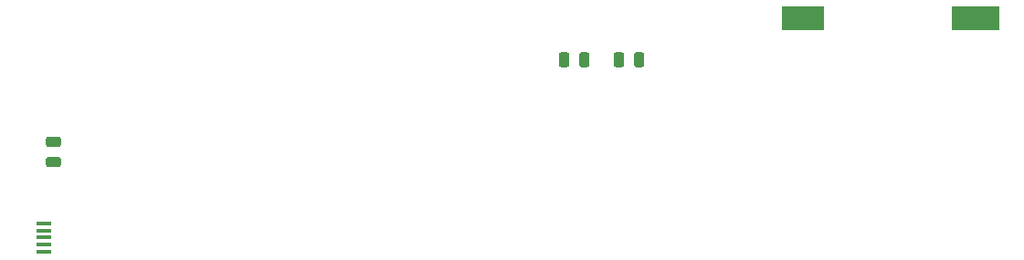
<source format=gbr>
%TF.GenerationSoftware,KiCad,Pcbnew,5.1.10*%
%TF.CreationDate,2021-09-24T20:41:10+02:00*%
%TF.ProjectId,ucdev_board,75636465-765f-4626-9f61-72642e6b6963,rev?*%
%TF.SameCoordinates,Original*%
%TF.FileFunction,Paste,Top*%
%TF.FilePolarity,Positive*%
%FSLAX46Y46*%
G04 Gerber Fmt 4.6, Leading zero omitted, Abs format (unit mm)*
G04 Created by KiCad (PCBNEW 5.1.10) date 2021-09-24 20:41:10*
%MOMM*%
%LPD*%
G01*
G04 APERTURE LIST*
%ADD10R,1.400000X0.400000*%
%ADD11R,4.400000X2.300000*%
%ADD12R,4.000000X2.300000*%
G04 APERTURE END LIST*
D10*
%TO.C,J8*%
X57500000Y-60930000D03*
X57500000Y-63530000D03*
X57500000Y-62880000D03*
X57500000Y-61580000D03*
X57500000Y-62230000D03*
%TD*%
D11*
%TO.C,BT1*%
X143890000Y-41910000D03*
D12*
X127890000Y-41910000D03*
%TD*%
%TO.C,D3*%
G36*
G01*
X112210000Y-46176250D02*
X112210000Y-45263750D01*
G75*
G02*
X112453750Y-45020000I243750J0D01*
G01*
X112941250Y-45020000D01*
G75*
G02*
X113185000Y-45263750I0J-243750D01*
G01*
X113185000Y-46176250D01*
G75*
G02*
X112941250Y-46420000I-243750J0D01*
G01*
X112453750Y-46420000D01*
G75*
G02*
X112210000Y-46176250I0J243750D01*
G01*
G37*
G36*
G01*
X110335000Y-46176250D02*
X110335000Y-45263750D01*
G75*
G02*
X110578750Y-45020000I243750J0D01*
G01*
X111066250Y-45020000D01*
G75*
G02*
X111310000Y-45263750I0J-243750D01*
G01*
X111310000Y-46176250D01*
G75*
G02*
X111066250Y-46420000I-243750J0D01*
G01*
X110578750Y-46420000D01*
G75*
G02*
X110335000Y-46176250I0J243750D01*
G01*
G37*
%TD*%
%TO.C,D2*%
G36*
G01*
X106230000Y-45263750D02*
X106230000Y-46176250D01*
G75*
G02*
X105986250Y-46420000I-243750J0D01*
G01*
X105498750Y-46420000D01*
G75*
G02*
X105255000Y-46176250I0J243750D01*
G01*
X105255000Y-45263750D01*
G75*
G02*
X105498750Y-45020000I243750J0D01*
G01*
X105986250Y-45020000D01*
G75*
G02*
X106230000Y-45263750I0J-243750D01*
G01*
G37*
G36*
G01*
X108105000Y-45263750D02*
X108105000Y-46176250D01*
G75*
G02*
X107861250Y-46420000I-243750J0D01*
G01*
X107373750Y-46420000D01*
G75*
G02*
X107130000Y-46176250I0J243750D01*
G01*
X107130000Y-45263750D01*
G75*
G02*
X107373750Y-45020000I243750J0D01*
G01*
X107861250Y-45020000D01*
G75*
G02*
X108105000Y-45263750I0J-243750D01*
G01*
G37*
%TD*%
%TO.C,D1*%
G36*
G01*
X57963750Y-54727500D02*
X58876250Y-54727500D01*
G75*
G02*
X59120000Y-54971250I0J-243750D01*
G01*
X59120000Y-55458750D01*
G75*
G02*
X58876250Y-55702500I-243750J0D01*
G01*
X57963750Y-55702500D01*
G75*
G02*
X57720000Y-55458750I0J243750D01*
G01*
X57720000Y-54971250D01*
G75*
G02*
X57963750Y-54727500I243750J0D01*
G01*
G37*
G36*
G01*
X57963750Y-52852500D02*
X58876250Y-52852500D01*
G75*
G02*
X59120000Y-53096250I0J-243750D01*
G01*
X59120000Y-53583750D01*
G75*
G02*
X58876250Y-53827500I-243750J0D01*
G01*
X57963750Y-53827500D01*
G75*
G02*
X57720000Y-53583750I0J243750D01*
G01*
X57720000Y-53096250D01*
G75*
G02*
X57963750Y-52852500I243750J0D01*
G01*
G37*
%TD*%
M02*

</source>
